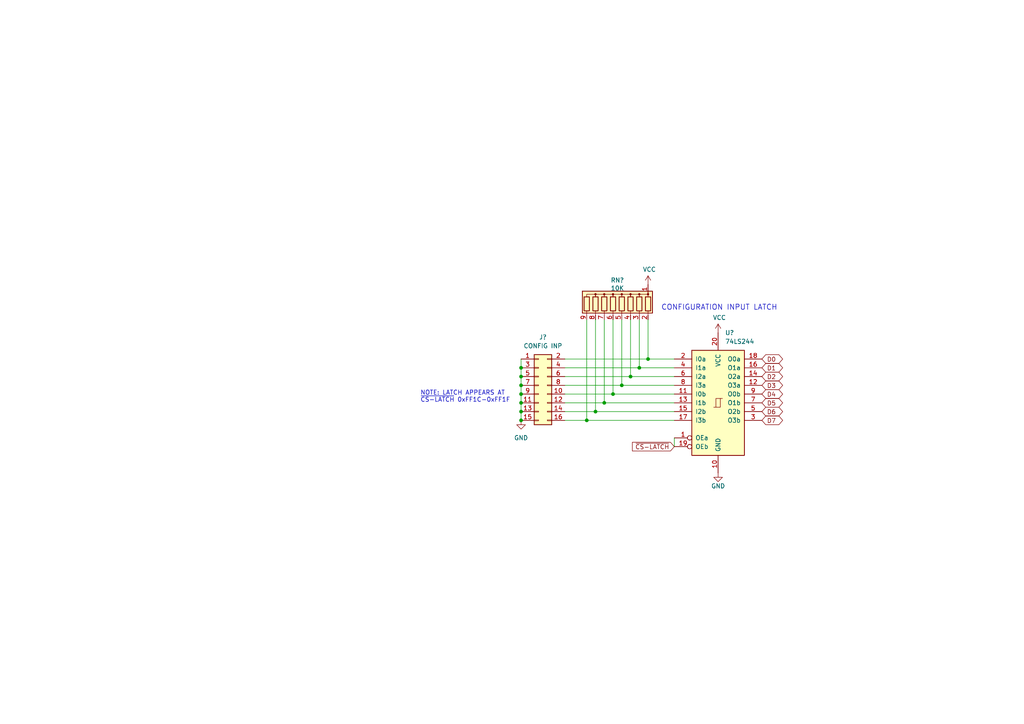
<source format=kicad_sch>
(kicad_sch (version 20211123) (generator eeschema)
  (paper "A4")
  (lib_symbols
    (symbol "74xx:74LS244" (pin_names (offset 1.016))
      (property "Reference" "U" (at -7.62 16.51 0))
      (property "Value" "74LS244" (at -7.62 -16.51 0))
      (symbol "74LS244_1_0"
        (polyline (pts (xy -0.635 -1.27) (xy -0.635 1.27) (xy 0.635 1.27)))
        (polyline (pts (xy -1.27 -1.27) (xy 0.635 -1.27) (xy 0.635 1.27) (xy 1.27 1.27)))
        (pin input inverted (at -12.7 -10.16 0) (length 5.08) (name "OEa") (number "1"))
        (pin power_in line (at 0 -20.32 90) (length 5.08) (name "GND") (number "10"))
        (pin input line (at -12.7 2.54 0) (length 5.08) (name "I0b") (number "11"))
        (pin tri_state line (at 12.7 5.08 180) (length 5.08) (name "O3a") (number "12"))
        (pin input line (at -12.7 0 0) (length 5.08) (name "I1b") (number "13"))
        (pin tri_state line (at 12.7 7.62 180) (length 5.08) (name "O2a") (number "14"))
        (pin input line (at -12.7 -2.54 0) (length 5.08) (name "I2b") (number "15"))
        (pin tri_state line (at 12.7 10.16 180) (length 5.08) (name "O1a") (number "16"))
        (pin input line (at -12.7 -5.08 0) (length 5.08) (name "I3b") (number "17"))
        (pin tri_state line (at 12.7 12.7 180) (length 5.08) (name "O0a") (number "18"))
        (pin input inverted (at -12.7 -12.7 0) (length 5.08) (name "OEb") (number "19"))
        (pin input line (at -12.7 12.7 0) (length 5.08) (name "I0a") (number "2"))
        (pin power_in line (at 0 20.32 270) (length 5.08) (name "VCC") (number "20"))
        (pin tri_state line (at 12.7 -5.08 180) (length 5.08) (name "O3b") (number "3"))
        (pin input line (at -12.7 10.16 0) (length 5.08) (name "I1a") (number "4"))
        (pin tri_state line (at 12.7 -2.54 180) (length 5.08) (name "O2b") (number "5"))
        (pin input line (at -12.7 7.62 0) (length 5.08) (name "I2a") (number "6"))
        (pin tri_state line (at 12.7 0 180) (length 5.08) (name "O1b") (number "7"))
        (pin input line (at -12.7 5.08 0) (length 5.08) (name "I3a") (number "8"))
        (pin tri_state line (at 12.7 2.54 180) (length 5.08) (name "O0b") (number "9"))
      )
      (symbol "74LS244_1_1"
        (rectangle (start -7.62 15.24) (end 7.62 -15.24) (stroke (width 0.254)) (fill (type background)))
      )
    )
    (symbol "Connector_Generic:Conn_02x08_Odd_Even" (pin_names (offset 1.016) hide)
      (property "Reference" "J" (at 1.27 10.16 0))
      (property "Value" "Conn_02x08_Odd_Even" (at 1.27 -12.7 0))
      (symbol "Conn_02x08_Odd_Even_1_1"
        (rectangle (start -1.27 -10.033) (end 0 -10.287) (stroke (width 0.1524)))
        (rectangle (start -1.27 -7.493) (end 0 -7.747) (stroke (width 0.1524)))
        (rectangle (start -1.27 -4.953) (end 0 -5.207) (stroke (width 0.1524)))
        (rectangle (start -1.27 -2.413) (end 0 -2.667) (stroke (width 0.1524)))
        (rectangle (start -1.27 0.127) (end 0 -0.127) (stroke (width 0.1524)))
        (rectangle (start -1.27 2.667) (end 0 2.413) (stroke (width 0.1524)))
        (rectangle (start -1.27 5.207) (end 0 4.953) (stroke (width 0.1524)))
        (rectangle (start -1.27 7.747) (end 0 7.493) (stroke (width 0.1524)))
        (rectangle (start -1.27 8.89) (end 3.81 -11.43) (stroke (width 0.254)) (fill (type background)))
        (rectangle (start 3.81 -10.033) (end 2.54 -10.287) (stroke (width 0.1524)))
        (rectangle (start 3.81 -7.493) (end 2.54 -7.747) (stroke (width 0.1524)))
        (rectangle (start 3.81 -4.953) (end 2.54 -5.207) (stroke (width 0.1524)))
        (rectangle (start 3.81 -2.413) (end 2.54 -2.667) (stroke (width 0.1524)))
        (rectangle (start 3.81 0.127) (end 2.54 -0.127) (stroke (width 0.1524)))
        (rectangle (start 3.81 2.667) (end 2.54 2.413) (stroke (width 0.1524)))
        (rectangle (start 3.81 5.207) (end 2.54 4.953) (stroke (width 0.1524)))
        (rectangle (start 3.81 7.747) (end 2.54 7.493) (stroke (width 0.1524)))
        (pin passive line (at -5.08 7.62 0) (length 3.81) (name "Pin_1") (number "1"))
        (pin passive line (at 7.62 -2.54 180) (length 3.81) (name "Pin_10") (number "10"))
        (pin passive line (at -5.08 -5.08 0) (length 3.81) (name "Pin_11") (number "11"))
        (pin passive line (at 7.62 -5.08 180) (length 3.81) (name "Pin_12") (number "12"))
        (pin passive line (at -5.08 -7.62 0) (length 3.81) (name "Pin_13") (number "13"))
        (pin passive line (at 7.62 -7.62 180) (length 3.81) (name "Pin_14") (number "14"))
        (pin passive line (at -5.08 -10.16 0) (length 3.81) (name "Pin_15") (number "15"))
        (pin passive line (at 7.62 -10.16 180) (length 3.81) (name "Pin_16") (number "16"))
        (pin passive line (at 7.62 7.62 180) (length 3.81) (name "Pin_2") (number "2"))
        (pin passive line (at -5.08 5.08 0) (length 3.81) (name "Pin_3") (number "3"))
        (pin passive line (at 7.62 5.08 180) (length 3.81) (name "Pin_4") (number "4"))
        (pin passive line (at -5.08 2.54 0) (length 3.81) (name "Pin_5") (number "5"))
        (pin passive line (at 7.62 2.54 180) (length 3.81) (name "Pin_6") (number "6"))
        (pin passive line (at -5.08 0 0) (length 3.81) (name "Pin_7") (number "7"))
        (pin passive line (at 7.62 0 180) (length 3.81) (name "Pin_8") (number "8"))
        (pin passive line (at -5.08 -2.54 0) (length 3.81) (name "Pin_9") (number "9"))
      )
    )
    (symbol "Device:R_Network08" (pin_names (offset 0) hide)
      (property "Reference" "RN" (at -12.7 0 90))
      (property "Value" "R_Network08" (at 10.16 0 90))
      (symbol "R_Network08_0_1"
        (rectangle (start -11.43 -3.175) (end 8.89 3.175) (stroke (width 0.254)) (fill (type background)))
        (rectangle (start -10.922 1.524) (end -9.398 -2.54) (stroke (width 0.254)))
        (circle (center -10.16 2.286) (radius 0.254) (fill (type outline)))
        (rectangle (start -8.382 1.524) (end -6.858 -2.54) (stroke (width 0.254)))
        (circle (center -7.62 2.286) (radius 0.254) (fill (type outline)))
        (rectangle (start -5.842 1.524) (end -4.318 -2.54) (stroke (width 0.254)))
        (circle (center -5.08 2.286) (radius 0.254) (fill (type outline)))
        (rectangle (start -3.302 1.524) (end -1.778 -2.54) (stroke (width 0.254)))
        (circle (center -2.54 2.286) (radius 0.254) (fill (type outline)))
        (rectangle (start -0.762 1.524) (end 0.762 -2.54) (stroke (width 0.254)))
        (polyline (pts (xy -10.16 -2.54) (xy -10.16 -3.81)))
        (polyline (pts (xy -7.62 -2.54) (xy -7.62 -3.81)))
        (polyline (pts (xy -5.08 -2.54) (xy -5.08 -3.81)))
        (polyline (pts (xy -2.54 -2.54) (xy -2.54 -3.81)))
        (polyline (pts (xy 0 -2.54) (xy 0 -3.81)))
        (polyline (pts (xy 2.54 -2.54) (xy 2.54 -3.81)))
        (polyline (pts (xy 5.08 -2.54) (xy 5.08 -3.81)))
        (polyline (pts (xy 7.62 -2.54) (xy 7.62 -3.81)))
        (polyline (pts (xy -10.16 1.524) (xy -10.16 2.286) (xy -7.62 2.286) (xy -7.62 1.524)))
        (polyline (pts (xy -7.62 1.524) (xy -7.62 2.286) (xy -5.08 2.286) (xy -5.08 1.524)))
        (polyline (pts (xy -5.08 1.524) (xy -5.08 2.286) (xy -2.54 2.286) (xy -2.54 1.524)))
        (polyline (pts (xy -2.54 1.524) (xy -2.54 2.286) (xy 0 2.286) (xy 0 1.524)))
        (polyline (pts (xy 0 1.524) (xy 0 2.286) (xy 2.54 2.286) (xy 2.54 1.524)))
        (polyline (pts (xy 2.54 1.524) (xy 2.54 2.286) (xy 5.08 2.286) (xy 5.08 1.524)))
        (polyline (pts (xy 5.08 1.524) (xy 5.08 2.286) (xy 7.62 2.286) (xy 7.62 1.524)))
        (circle (center 0 2.286) (radius 0.254) (fill (type outline)))
        (rectangle (start 1.778 1.524) (end 3.302 -2.54) (stroke (width 0.254)))
        (circle (center 2.54 2.286) (radius 0.254) (fill (type outline)))
        (rectangle (start 4.318 1.524) (end 5.842 -2.54) (stroke (width 0.254)))
        (circle (center 5.08 2.286) (radius 0.254) (fill (type outline)))
        (rectangle (start 6.858 1.524) (end 8.382 -2.54) (stroke (width 0.254)))
      )
      (symbol "R_Network08_1_1"
        (pin passive line (at -10.16 5.08 270) (length 2.54) (name "common") (number "1"))
        (pin passive line (at -10.16 -5.08 90) (length 1.27) (name "R1") (number "2"))
        (pin passive line (at -7.62 -5.08 90) (length 1.27) (name "R2") (number "3"))
        (pin passive line (at -5.08 -5.08 90) (length 1.27) (name "R3") (number "4"))
        (pin passive line (at -2.54 -5.08 90) (length 1.27) (name "R4") (number "5"))
        (pin passive line (at 0 -5.08 90) (length 1.27) (name "R5") (number "6"))
        (pin passive line (at 2.54 -5.08 90) (length 1.27) (name "R6") (number "7"))
        (pin passive line (at 5.08 -5.08 90) (length 1.27) (name "R7") (number "8"))
        (pin passive line (at 7.62 -5.08 90) (length 1.27) (name "R8") (number "9"))
      )
    )
    (symbol "power:GND" (power) (pin_names (offset 0))
      (property "Value" "GND" (at 0 -3.81 0))
      (symbol "GND_0_1"
        (polyline (pts (xy 0 0) (xy 0 -1.27) (xy 1.27 -1.27) (xy 0 -2.54) (xy -1.27 -1.27) (xy 0 -1.27)))
      )
      (symbol "GND_1_1"
        (pin power_in line (at 0 0 270) (length 0) hide (name "GND") (number "1"))
      )
    )
    (symbol "power:VCC" (power) (pin_names (offset 0))
      (property "Value" "VCC" (at 0 3.81 0))
      (symbol "VCC_0_1"
        (polyline (pts (xy -0.762 1.27) (xy 0 2.54)))
        (polyline (pts (xy 0 0) (xy 0 2.54)))
        (polyline (pts (xy 0 2.54) (xy 0.762 1.27)))
      )
      (symbol "VCC_1_1"
        (pin power_in line (at 0 0 90) (length 0) hide (name "VCC") (number "1"))
      )
    )
  )
  (junction (at 175.26 116.84))
  (junction (at 151.13 121.92))
  (junction (at 151.13 109.22))
  (junction (at 187.96 104.14))
  (junction (at 170.18 121.92))
  (junction (at 180.34 111.76))
  (junction (at 182.88 109.22))
  (junction (at 151.13 119.38))
  (junction (at 177.8 114.3))
  (junction (at 151.13 111.76))
  (junction (at 151.13 114.3))
  (junction (at 151.13 116.84))
  (junction (at 185.42 106.68))
  (junction (at 151.13 106.68))
  (junction (at 172.72 119.38))
  (wire (pts (xy 151.13 111.76) (xy 151.13 114.3)))
  (wire (pts (xy 151.13 104.14) (xy 151.13 106.68)))
  (wire (pts (xy 180.34 92.71) (xy 180.34 111.76)))
  (wire (pts (xy 151.13 109.22) (xy 151.13 111.76)))
  (wire (pts (xy 175.26 116.84) (xy 195.58 116.84)))
  (wire (pts (xy 163.83 104.14) (xy 187.96 104.14)))
  (wire (pts (xy 163.83 111.76) (xy 180.34 111.76)))
  (wire (pts (xy 163.83 116.84) (xy 175.26 116.84)))
  (wire (pts (xy 182.88 92.71) (xy 182.88 109.22)))
  (wire (pts (xy 172.72 92.71) (xy 172.72 119.38)))
  (wire (pts (xy 175.26 92.71) (xy 175.26 116.84)))
  (wire (pts (xy 163.83 121.92) (xy 170.18 121.92)))
  (wire (pts (xy 180.34 111.76) (xy 195.58 111.76)))
  (wire (pts (xy 170.18 92.71) (xy 170.18 121.92)))
  (wire (pts (xy 151.13 114.3) (xy 151.13 116.84)))
  (wire (pts (xy 185.42 106.68) (xy 195.58 106.68)))
  (wire (pts (xy 151.13 106.68) (xy 151.13 109.22)))
  (wire (pts (xy 170.18 121.92) (xy 195.58 121.92)))
  (wire (pts (xy 172.72 119.38) (xy 195.58 119.38)))
  (wire (pts (xy 195.58 127) (xy 195.58 129.54)))
  (wire (pts (xy 163.83 109.22) (xy 182.88 109.22)))
  (wire (pts (xy 185.42 92.71) (xy 185.42 106.68)))
  (wire (pts (xy 187.96 92.71) (xy 187.96 104.14)))
  (wire (pts (xy 177.8 114.3) (xy 195.58 114.3)))
  (wire (pts (xy 163.83 114.3) (xy 177.8 114.3)))
  (wire (pts (xy 151.13 119.38) (xy 151.13 121.92)))
  (wire (pts (xy 163.83 106.68) (xy 185.42 106.68)))
  (wire (pts (xy 177.8 92.71) (xy 177.8 114.3)))
  (wire (pts (xy 151.13 116.84) (xy 151.13 119.38)))
  (wire (pts (xy 187.96 104.14) (xy 195.58 104.14)))
  (wire (pts (xy 182.88 109.22) (xy 195.58 109.22)))
  (wire (pts (xy 163.83 119.38) (xy 172.72 119.38)))
  (text "CONFIGURATION INPUT LATCH" (at 191.77 90.17 0) (effects (font (size 1.524 1.524)) (justify left bottom)))
  (text "NOTE: LATCH APPEARS AT\n~{CS-LATCH} 0xFF1C-0xFF1F" (at 121.92 116.84 0) (effects (font (size 1.27 1.27)) (justify left bottom)))
  (global_label "D2" (shape bidirectional) (at 220.98 109.22 0) (property "Intersheet References" "${INTERSHEET_REFS}" (effects hide)))
  (global_label "D7" (shape bidirectional) (at 220.98 121.92 0) (property "Intersheet References" "${INTERSHEET_REFS}" (effects hide)))
  (global_label "D3" (shape bidirectional) (at 220.98 111.76 0) (property "Intersheet References" "${INTERSHEET_REFS}" (effects hide)))
  (global_label "D5" (shape bidirectional) (at 220.98 116.84 0) (property "Intersheet References" "${INTERSHEET_REFS}" (effects hide)))
  (global_label "D4" (shape bidirectional) (at 220.98 114.3 0) (property "Intersheet References" "${INTERSHEET_REFS}" (effects hide)))
  (global_label "D0" (shape bidirectional) (at 220.98 104.14 0) (property "Intersheet References" "${INTERSHEET_REFS}" (effects hide)))
  (global_label "D6" (shape bidirectional) (at 220.98 119.38 0) (property "Intersheet References" "${INTERSHEET_REFS}" (effects hide)))
  (global_label "D1" (shape bidirectional) (at 220.98 106.68 0) (property "Intersheet References" "${INTERSHEET_REFS}" (effects hide)))
  (global_label "~{CS-LATCH}" (shape input) (at 195.58 129.54 180) (property "Intersheet References" "${INTERSHEET_REFS}" (effects hide)))
  (symbol (lib_id "power:VCC") (at 187.96 82.55 0) (unit 1)
    (property "Reference" "#PWR?" (effects hide))
    (property "Value" "VCC" (at 188.341 78.1558 0))
  )
  (symbol (lib_id "power:GND") (at 208.28 137.16 0) (unit 1)
    (property "Reference" "#PWR?" (effects hide))
    (property "Value" "GND" (at 208.28 140.97 0))
  )
  (symbol (lib_id "power:VCC") (at 208.28 96.52 0) (unit 1)
    (property "Reference" "#PWR?" (effects hide))
    (property "Value" "VCC" (at 208.661 92.1258 0))
  )
  (symbol (lib_id "power:GND") (at 151.13 121.92 0) (unit 1)
    (property "Reference" "#PWR?" (effects hide))
    (property "Value" "GND" (at 151.13 127 0))
  )
  (symbol (lib_id "Connector_Generic:Conn_02x08_Odd_Even") (at 156.21 111.76 0) (unit 1)
    (property "Reference" "J?" (at 157.48 97.79 0))
    (property "Value" "CONFIG INP" (at 157.48 100.33 0))
  )
  (symbol (lib_id "74xx:74LS244") (at 208.28 116.84 0) (unit 1)
    (property "Reference" "U?" (at 210.2994 96.52 0) (effects (justify left)))
    (property "Value" "74LS244" (at 210.2994 99.06 0) (effects (justify left)))
    (property "Footprint" "Package_DIP:DIP-20_W7.62mm" (effects hide))
    (property "Datasheet" "http://www.ti.com/lit/ds/symlink/sn74ls244.pdf" (effects hide))
  )
  (symbol (lib_id "Device:R_Network08") (at 177.8 87.63 0) (mirror y) (unit 1)
    (property "Reference" "RN?" (at 179.07 81.28 0))
    (property "Value" "10K" (at 179.07 83.5914 0))
    (property "Footprint" "Resistor_THT:R_Array_SIP9" (effects hide))
    (property "Datasheet" "http://www.vishay.com/docs/31509/csc.pdf" (effects hide))
  )
)
</source>
